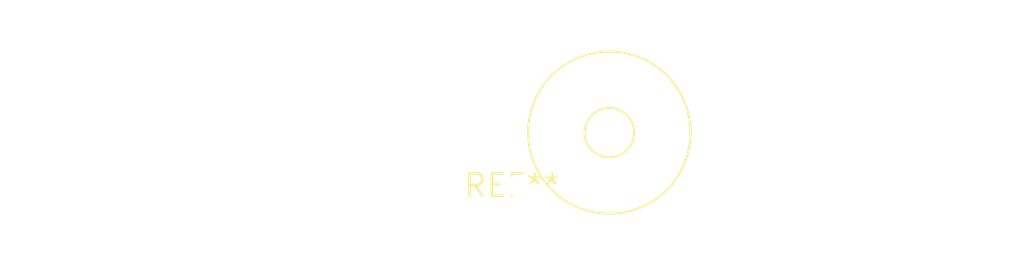
<source format=kicad_pcb>
(kicad_pcb (version 20240108) (generator pcbnew)
  (layers (0 "F.Cu" signal) (31 "B.Cu" signal) (34 "B.Paste" user) (35 "F.Paste" user) (36 "B.SilkS" user "B.Silkscreen") (37 "F.SilkS" user "F.Silkscreen") (38 "B.Mask" user) (39 "F.Mask" user) (44 "Edge.Cuts" user))
  (net 0 "")
  (footprint "Transformer_Toroid_Tapped_Horizontal_D9.0mm_Amidon-T30" (layer "F.Cu") (at 0 0)
    (property "Reference" "REF**")
    (property "Value" "Transformer_Toroid_Tapped_Horizontal_D9.0mm_Amidon-T30")
    (fp_circle (center 5.5 -3) (end 5.5 -7.6) (layer "F.SilkS") (stroke (width 0.12)) (fill none))
    (fp_circle (center 5.5 -3) (end 5.5 -4.4) (layer "F.SilkS") (stroke (width 0.12)) (fill none))
    (pad "1" thru_hole circle (at 0 0) (size 2 2) (drill 1) (layers *.Cu *.Mask) (remove_unused_layers))
    (pad "2" thru_hole circle (at 5.5 3.2) (size 2 2) (drill 1) (layers *.Cu *.Mask) (remove_unused_layers))
    (pad "3" thru_hole circle (at 11 0) (size 2 2) (drill 1) (layers *.Cu *.Mask) (remove_unused_layers))
    (pad "4" thru_hole circle (at 0 -6) (size 2 2) (drill 1) (layers *.Cu *.Mask) (remove_unused_layers))
    (pad "5" thru_hole circle (at 5.5 -9.2) (size 2 2) (drill 1) (layers *.Cu *.Mask) (remove_unused_layers))
    (pad "6" thru_hole circle (at 11 -6) (size 2 2) (drill 1) (layers *.Cu *.Mask) (remove_unused_layers))
  )
)
</source>
